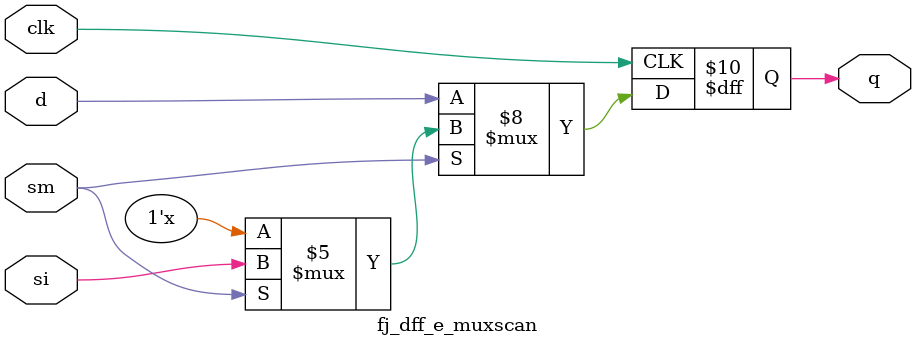
<source format=v>
module fj_dff_e_muxscan(q, d, si, sm, clk);
output q;
input d, si, sm, clk;
        reg q;
        always @(posedge clk) begin
                if (sm==1'b0) 
		  	q <= #1 d;
                else if (sm==1'b1)
		  	q <= #1 si;
                else    q <= #1 1'bx;
        end
endmodule
</source>
